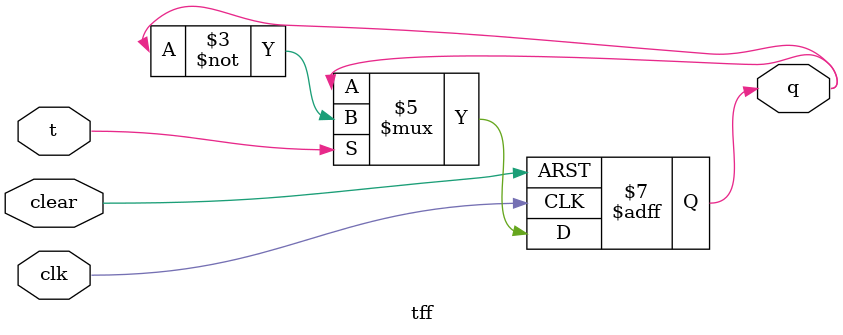
<source format=v>
module tff (q, t, clk, clear) ;
	input t, clk, clear ;
	output reg q ;
	
	always @(posedge clk or posedge clear)
	begin
		if (clear)
			q <= 1'b0 ;
		else begin
			if (t == 0)
				q <= q ;
			else
				q <= ~q ;	
		end
	end
endmodule 
</source>
